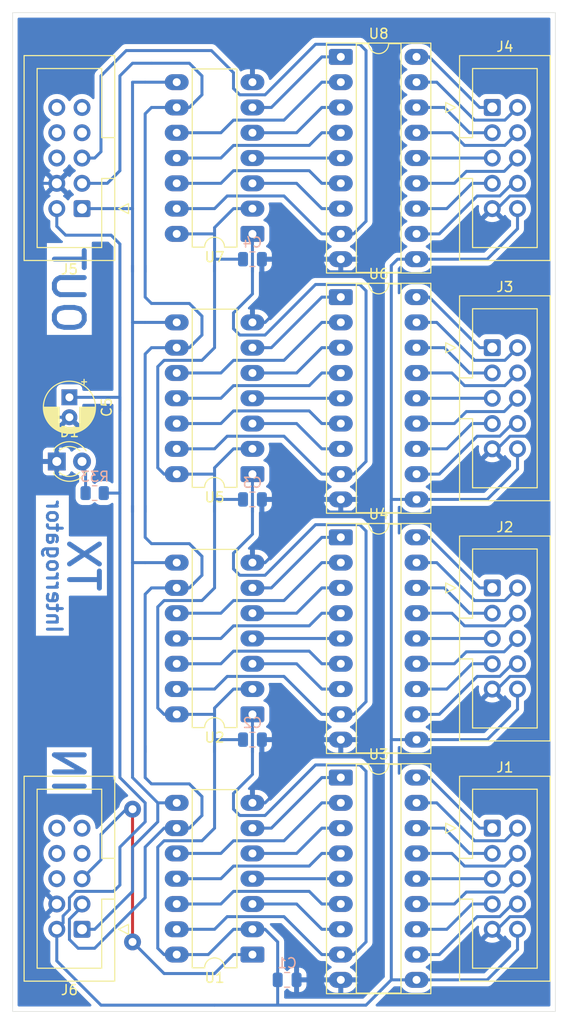
<source format=kicad_pcb>
(kicad_pcb
	(version 20241229)
	(generator "pcbnew")
	(generator_version "9.0")
	(general
		(thickness 1.6)
		(legacy_teardrops no)
	)
	(paper "A4")
	(layers
		(0 "F.Cu" signal)
		(2 "B.Cu" signal)
		(9 "F.Adhes" user "F.Adhesive")
		(11 "B.Adhes" user "B.Adhesive")
		(13 "F.Paste" user)
		(15 "B.Paste" user)
		(5 "F.SilkS" user "F.Silkscreen")
		(7 "B.SilkS" user "B.Silkscreen")
		(1 "F.Mask" user)
		(3 "B.Mask" user)
		(17 "Dwgs.User" user "User.Drawings")
		(19 "Cmts.User" user "User.Comments")
		(21 "Eco1.User" user "User.Eco1")
		(23 "Eco2.User" user "User.Eco2")
		(25 "Edge.Cuts" user)
		(27 "Margin" user)
		(31 "F.CrtYd" user "F.Courtyard")
		(29 "B.CrtYd" user "B.Courtyard")
		(35 "F.Fab" user)
		(33 "B.Fab" user)
		(39 "User.1" user)
		(41 "User.2" user)
		(43 "User.3" user)
		(45 "User.4" user)
	)
	(setup
		(pad_to_mask_clearance 0)
		(allow_soldermask_bridges_in_footprints no)
		(tenting front back)
		(pcbplotparams
			(layerselection 0x00000000_00000000_55555555_55555554)
			(plot_on_all_layers_selection 0x00000000_00000000_00000000_02000000)
			(disableapertmacros no)
			(usegerberextensions no)
			(usegerberattributes yes)
			(usegerberadvancedattributes yes)
			(creategerberjobfile yes)
			(dashed_line_dash_ratio 12.000000)
			(dashed_line_gap_ratio 3.000000)
			(svgprecision 4)
			(plotframeref no)
			(mode 1)
			(useauxorigin no)
			(hpglpennumber 1)
			(hpglpenspeed 20)
			(hpglpendiameter 15.000000)
			(pdf_front_fp_property_popups yes)
			(pdf_back_fp_property_popups yes)
			(pdf_metadata yes)
			(pdf_single_document no)
			(dxfpolygonmode yes)
			(dxfimperialunits yes)
			(dxfusepcbnewfont yes)
			(psnegative no)
			(psa4output no)
			(plot_black_and_white yes)
			(plotinvisibletext no)
			(sketchpadsonfab no)
			(plotpadnumbers no)
			(hidednponfab no)
			(sketchdnponfab yes)
			(crossoutdnponfab yes)
			(subtractmaskfromsilk no)
			(outputformat 4)
			(mirror no)
			(drillshape 2)
			(scaleselection 1)
			(outputdirectory "")
		)
	)
	(net 0 "")
	(net 1 "GND")
	(net 2 "+5V")
	(net 3 "Net-(J1-Pin_5)")
	(net 4 "Net-(J1-Pin_3)")
	(net 5 "Net-(J1-Pin_8)")
	(net 6 "Net-(J1-Pin_7)")
	(net 7 "Net-(J1-Pin_4)")
	(net 8 "Net-(J1-Pin_1)")
	(net 9 "Net-(J1-Pin_2)")
	(net 10 "Net-(J1-Pin_6)")
	(net 11 "Net-(J2-Pin_4)")
	(net 12 "Net-(J2-Pin_6)")
	(net 13 "Net-(J2-Pin_1)")
	(net 14 "Net-(J2-Pin_3)")
	(net 15 "Net-(J2-Pin_7)")
	(net 16 "Net-(J2-Pin_8)")
	(net 17 "Net-(J2-Pin_5)")
	(net 18 "Net-(J2-Pin_2)")
	(net 19 "Net-(J3-Pin_4)")
	(net 20 "Net-(J3-Pin_8)")
	(net 21 "Net-(J3-Pin_2)")
	(net 22 "Net-(J3-Pin_7)")
	(net 23 "Net-(J3-Pin_1)")
	(net 24 "Net-(J3-Pin_5)")
	(net 25 "Net-(J3-Pin_6)")
	(net 26 "Net-(J3-Pin_3)")
	(net 27 "Net-(J4-Pin_4)")
	(net 28 "Net-(J4-Pin_2)")
	(net 29 "Net-(J4-Pin_6)")
	(net 30 "Net-(J4-Pin_8)")
	(net 31 "Net-(J4-Pin_1)")
	(net 32 "Net-(J4-Pin_5)")
	(net 33 "Net-(J4-Pin_7)")
	(net 34 "Net-(J4-Pin_3)")
	(net 35 "unconnected-(J5-Pin_7-Pad7)")
	(net 36 "unconnected-(J5-Pin_8-Pad8)")
	(net 37 "/CH 1/~{RST}")
	(net 38 "/CH 4/OUT")
	(net 39 "/CH 1/CLK")
	(net 40 "unconnected-(J5-Pin_6-Pad6)")
	(net 41 "unconnected-(J5-Pin_10-Pad10)")
	(net 42 "unconnected-(J5-Pin_9-Pad9)")
	(net 43 "/CH 1/IN")
	(net 44 "unconnected-(J6-Pin_9-Pad9)")
	(net 45 "unconnected-(J6-Pin_8-Pad8)")
	(net 46 "unconnected-(J6-Pin_7-Pad7)")
	(net 47 "unconnected-(J6-Pin_10-Pad10)")
	(net 48 "unconnected-(J6-Pin_6-Pad6)")
	(net 49 "/CH 1/OUT")
	(net 50 "/CH 2/OUT")
	(net 51 "/CH 3/OUT")
	(net 52 "Net-(U1-Q3)")
	(net 53 "Net-(U1-Q2)")
	(net 54 "Net-(U1-Q4)")
	(net 55 "Net-(U2-Q2)")
	(net 56 "Net-(U2-Q3)")
	(net 57 "Net-(U2-Q4)")
	(net 58 "Net-(U5-Q3)")
	(net 59 "Net-(U5-Q4)")
	(net 60 "Net-(U5-Q2)")
	(net 61 "Net-(U7-Q4)")
	(net 62 "Net-(U7-Q3)")
	(net 63 "Net-(U7-Q2)")
	(net 64 "Net-(U1-Q1)")
	(net 65 "Net-(U1-Q5)")
	(net 66 "Net-(U2-Q5)")
	(net 67 "Net-(U2-Q1)")
	(net 68 "Net-(U5-Q5)")
	(net 69 "Net-(U5-Q1)")
	(net 70 "Net-(U7-Q1)")
	(net 71 "Net-(U7-Q5)")
	(net 72 "Net-(U1-Q0)")
	(net 73 "Net-(U1-Q6)")
	(net 74 "Net-(U2-Q0)")
	(net 75 "Net-(U2-Q6)")
	(net 76 "Net-(U5-Q0)")
	(net 77 "Net-(U5-Q6)")
	(net 78 "Net-(U7-Q0)")
	(net 79 "Net-(U7-Q6)")
	(net 80 "Net-(D1-A)")
	(footprint "Connector_IDC:IDC-Header_2x05_P2.54mm_Vertical" (layer "F.Cu") (at 151.13 62.865))
	(footprint "Connector_IDC:IDC-Header_2x05_P2.54mm_Vertical" (layer "F.Cu") (at 109.855 73.025 180))
	(footprint "Package_DIP:DIP-14_W7.62mm_LongPads" (layer "F.Cu") (at 127 75.565 180))
	(footprint "Connector_IDC:IDC-Header_2x05_P2.54mm_Vertical" (layer "F.Cu") (at 151.13 135.255))
	(footprint "Capacitor_THT:CP_Radial_D5.0mm_P2.00mm" (layer "F.Cu") (at 108.585 91.98 -90))
	(footprint "Package_DIP:DIP-14_W7.62mm_LongPads" (layer "F.Cu") (at 127 123.825 180))
	(footprint "Package_DIP:DIP-18_W7.62mm_Socket_LongPads" (layer "F.Cu") (at 135.89 81.915))
	(footprint "Package_DIP:DIP-14_W7.62mm_LongPads" (layer "F.Cu") (at 127 99.695 180))
	(footprint "LED_THT:LED_D3.0mm" (layer "F.Cu") (at 107.315 98.425))
	(footprint "Package_DIP:DIP-18_W7.62mm_Socket_LongPads" (layer "F.Cu") (at 135.89 57.785))
	(footprint "Package_DIP:DIP-14_W7.62mm_LongPads" (layer "F.Cu") (at 127 147.955 180))
	(footprint "Package_DIP:DIP-18_W7.62mm_Socket_LongPads" (layer "F.Cu") (at 135.89 130.175))
	(footprint "Package_DIP:DIP-18_W7.62mm_Socket_LongPads" (layer "F.Cu") (at 135.89 106.045))
	(footprint "Connector_IDC:IDC-Header_2x05_P2.54mm_Vertical" (layer "F.Cu") (at 151.13 86.995))
	(footprint "Connector_IDC:IDC-Header_2x05_P2.54mm_Vertical" (layer "F.Cu") (at 151.13 111.125))
	(footprint "Connector_IDC:IDC-Header_2x05_P2.54mm_Vertical" (layer "F.Cu") (at 109.855 145.415 180))
	(footprint "Capacitor_SMD:C_0805_2012Metric" (layer "B.Cu") (at 127 78.105 180))
	(footprint "Capacitor_SMD:C_0805_2012Metric" (layer "B.Cu") (at 130.49 150.495 180))
	(footprint "Capacitor_SMD:C_0805_2012Metric" (layer "B.Cu") (at 127 102.235 180))
	(footprint "Capacitor_SMD:C_0805_2012Metric" (layer "B.Cu") (at 127 126.365 180))
	(footprint "Resistor_SMD:R_0805_2012Metric" (layer "B.Cu") (at 111.125 101.6 180))
	(gr_rect
		(start 102.87 53.34)
		(end 157.48 153.67)
		(stroke
			(width 0.05)
			(type default)
		)
		(fill no)
		(layer "Edge.Cuts")
		(uuid "9fe8dc95-d5e5-4319-9e81-7391572a23a7")
	)
	(gr_text "IN"
		(at 106.68 132.08 270)
		(layer "B.Cu")
		(uuid "6174bece-1e1b-466b-aab6-2c9b5e939bf6")
		(effects
			(font
				(size 3 3)
				(thickness 0.5)
				(bold yes)
			)
			(justify left bottom mirror)
		)
	)
	(gr_text "OUT"
		(at 106.68 85.852 270)
		(layer "B.Cu")
		(uuid "97a303d0-6776-4abc-9720-0d0b4d750651")
		(effects
			(font
				(size 3 3)
				(thickness 0.5)
				(bold yes)
			)
			(justify left bottom mirror)
		)
	)
	(gr_text "Interrogator"
		(at 106.172 115.824 270)
		(layer "B.Cu")
		(uuid "b921d0f1-4fce-4d1f-9203-262cd268c53f")
		(effects
			(font
				(size 1.5 1.5)
				(thickness 0.3)
				(bold yes)
			)
			(justify left bottom mirror)
		)
	)
	(gr_text "TX"
		(at 108.204 111.76 270)
		(layer "B.Cu")
		(uuid "bd583309-e138-4a48-a448-d4200060e65a")
		(effects
			(font
				(size 3 3)
				(thickness 0.5)
				(bold yes)
			)
			(justify left bottom mirror)
		)
	)
	(segment
		(start 138.43 150.495)
		(end 139.7 149.225)
		(width 0.3)
		(layer "B.Cu")
		(net 1)
		(uuid "004347d4-cf2c-416c-9cb6-5127f6fb9b2e")
	)
	(segment
		(start 111.76 55.245)
		(end 105.41 61.595)
		(width 0.3)
		(layer "B.Cu")
		(net 1)
		(uuid "0d69be38-7c9b-415f-837b-f38386bc9707")
	)
	(segment
		(start 155.575 56.515)
		(end 155.575 71.755)
		(width 0.3)
		(layer "B.Cu")
		(net 1)
		(uuid "0e94e47b-ff7a-476f-a4b0-b0b72d3eb7c9")
	)
	(segment
		(start 152.908 144.145)
		(end 154.305 144.145)
		(width 0.3)
		(layer "B.Cu")
		(net 1)
		(uuid "0f4630d0-4a01-45bb-8f83-5aa414bb610f")
	)
	(segment
		(start 151.13 121.285)
		(end 151.638 121.285)
		(width 0.3)
		(layer "B.Cu")
		(net 1)
		(uuid "130fe4b7-5820-4827-b9e3-bc48da052a3f")
	)
	(segment
		(start 105.41 70.485)
		(end 107.315 70.485)
		(width 0.3)
		(layer "B.Cu")
		(net 1)
		(uuid "19e2c77b-6620-4b6c-8e3f-66d27f4e3bdc")
	)
	(segment
		(start 138.43 79.375)
		(end 133.35 79.375)
		(width 0.3)
		(layer "B.Cu")
		(net 1)
		(uuid "1be3c7e5-427f-4bc6-adeb-a50133ccca33")
	)
	(segment
		(start 154.305 120.015)
		(end 155.575 120.015)
		(width 0.3)
		(layer "B.Cu")
		(net 1)
		(uuid "1dacd8d6-ba62-4096-86b1-9b5ddb115d8b")
	)
	(segment
		(start 155.575 120.015)
		(end 155.575 102.87)
		(width 0.3)
		(layer "B.Cu")
		(net 1)
		(uuid "1f66b437-5a13-4e25-8e9e-b747af4ce0d8")
	)
	(segment
		(start 131.125 150.495)
		(end 135.89 150.495)
		(width 0.3)
		(layer "B.Cu")
		(net 1)
		(uuid "232c1006-58b0-4f93-8c24-af30e94b58e5")
	)
	(segment
		(start 154.305 144.145)
		(end 155.575 142.875)
		(width 0.3)
		(layer "B.Cu")
		(net 1)
		(uuid "2a0b3a77-b344-4b66-a1cc-18090f244c86")
	)
	(segment
		(start 139.7 79.375)
		(end 139.7 78.74)
		(width 0.3)
		(layer "B.Cu")
		(net 1)
		(uuid "2a5f847e-68e4-48d7-b099-73683677fc15")
	)
	(segment
		(start 127 55.245)
		(end 127 60.325)
		(width 0.3)
		(layer "B.Cu")
		(net 1)
		(uuid "2e705862-c951-4b7a-80d2-934fc9a007ab")
	)
	(segment
		(start 127.95 102.235)
		(end 135.89 102.235)
		(width 0.3)
		(layer "B.Cu")
		(net 1)
		(uuid "34ed5fc9-7030-484c-8be1-63d282e62ac9")
	)
	(segment
		(start 133.35 127.635)
		(end 128.27 132.715)
		(width 0.3)
		(layer "B.Cu")
		(net 1)
		(uuid "3a24bc36-6ab5-4206-93f4-a5053bfcc2ea")
	)
	(segment
		(start 135.89 78.105)
		(end 139.7 78.105)
		(width 0.3)
		(layer "B.Cu")
		(net 1)
		(uuid "4891961d-9289-4c67-bf20-802a6005b864")
	)
	(segment
		(start 139.7 103.505)
		(end 139.7 102.87)
		(width 0.3)
		(layer "B.Cu")
		(net 1)
		(uuid "58d628f2-7a0d-4fd4-a98a-7da297f05af2")
	)
	(segment
		(start 139.7 102.235)
		(end 139.7 79.375)
		(width 0.3)
		(layer "B.Cu")
		(net 1)
		(uuid "59df7229-8341-4777-85a0-45057c862024")
	)
	(segment
		(start 135.89 126.365)
		(end 139.7 126.365)
		(width 0.3)
		(layer "B.Cu")
		(net 1)
		(uuid "5a324962-fee3-4b7f-93c6-52779872f317")
	)
	(segment
		(start 139.7 78.105)
		(end 139.7 55.245)
		(width 0.3)
		(layer "B.Cu")
		(net 1)
		(uuid "5d54b882-9744-4d52-a82f-1e475e18cb97")
	)
	(segment
		(start 139.7 78.105)
		(end 139.7 79.375)
		(width 0.3)
		(layer "B.Cu")
		(net 1)
		(uuid "5e632429-f2a4-49c8-9117-ab21017504c9")
	)
	(segment
		(start 138.43 103.505)
		(end 133.35 103.505)
		(width 0.3)
		(layer "B.Cu")
		(net 1)
		(uuid "6693d716-ffa2-4cf7-a95c-da7ebded0e1b")
	)
	(segment
		(start 151.13 73.025)
		(end 151.638 73.025)
		(width 0.3)
		(layer "B.Cu")
		(net 1)
		(uuid "66fd005d-47f4-41a0-847f-199edab9dc2d")
	)
	(segment
		(start 105.41 98.425)
		(end 105.41 93.98)
		(width 0.3)
		(layer "B.Cu")
		(net 1)
		(uuid "6cbc6b18-860b-46bf-94fa-f453891a923c")
	)
	(segment
		(start 152.908 120.015)
		(end 154.305 120.015)
		(width 0.3)
		(layer "B.Cu")
		(net 1)
		(uuid "771d4182-315d-42d1-831d-171c987ccc28")
	)
	(segment
		(start 154.305 95.885)
		(end 155.575 95.885)
		(width 0.3)
		(layer "B.Cu")
		(net 1)
		(uuid "87b9e077-f096-40f8-a425-4c9363fa0300")
	)
	(segment
		(start 155.575 95.885)
		(end 155.575 78.74)
		(width 0.3)
		(layer "B.Cu")
		(net 1)
		(uuid "8dd81b51-59f7-4c1a-b21a-eec32ff031ac")
	)
	(segment
		(start 139.7 79.375)
		(end 138.43 79.375)
		(width 0.3)
		(layer "B.Cu")
		(net 1)
		(uuid "920ec830-38cb-4095-a6f3-5420d777c7cd")
	)
	(segment
		(start 135.89 102.235)
		(end 139.7 102.235)
		(width 0.3)
		(layer "B.Cu")
		(net 1)
		(uuid "933edf0d-4f50-4584-ab29-b1d9145f374a")
	)
	(segment
		(start 107.315 98.425)
		(end 105.41 98.425)
		(width 0.3)
		(layer "B.Cu")
		(net 1)
		(uuid "9432eed3-e5c9-4475-b1a9-ee2aa1fcb337")
	)
	(segment
		(start 155.575 142.875)
		(end 155.575 127)
		(width 0.3)
		(layer "B.Cu")
		(net 1)
		(uuid "9a02c9ac-f5de-449c-8ea0-816cd9fefd64")
	)
	(segment
		(start 155.575 71.755)
		(end 155.575 79.375)
		(width 0.3)
		(layer "B.Cu")
		(net 1)
		(uuid "9fcb4c73-e0a4-4c82-9055-740fa5ed511a")
	)
	(segment
		(start 139.7 102.235)
		(end 139.7 103.505)
		(width 0.3)
		(layer "B.Cu")
		(net 1)
		(uuid "a14ad186-a043-4c5d-92d3-e8ec65bababb")
	)
	(segment
		(start 127.95 78.105)
		(end 135.89 78.105)
		(width 0.3)
		(layer "B.Cu")
		(net 1)
		(uuid "a37720ba-5640-494d-940b-1ba72e4db84e")
	)
	(segment
		(start 151.638 97.155)
		(end 152.908 95.885)
		(width 0.3)
		(layer "B.Cu")
		(net 1)
		(uuid "af03b474-df61-44be-b735-225fc12025a4")
	)
	(segment
		(start 128.27 84.455)
		(end 127 84.455)
		(width 0.3)
		(layer "B.Cu")
		(net 1)
		(uuid "af0da4af-2663-43ae-8b1f-21aef63cfb43")
	)
	(segment
		(start 155.575 120.015)
		(end 155.575 127.635)
		(width 0.3)
		(layer "B.Cu")
		(net 1)
		(uuid "b066ff46-20ad-462e-9a50-8d58865b1671")
	)
	(segment
		(start 128.27 108.585)
		(end 127 108.585)
		(width 0.3)
		(layer "B.Cu")
		(net 1)
		(uuid "b11da6ad-254e-4e67-898d-94a575e6f491")
	)
	(segment
		(start 133.35 103.505)
		(end 128.27 108.585)
		(width 0.3)
		(layer "B.Cu")
		(net 1)
		(uuid "b296af63-54ff-437f-b831-0e2aefde089b")
	)
	(segment
		(start 151.638 145.415)
		(end 152.908 144.145)
		(width 0.3)
		(layer "B.Cu")
		(net 1)
		(uuid "b62ba088-629f-40e4-a3b5-24e11bfca915")
	)
	(segment
		(start 151.13 97.155)
		(end 151.638 97.155)
		(width 0.3)
		(layer "B.Cu")
		(net 1)
		(uuid "b6d5565c-8dbe-411d-92ec-f7ea346efc0c")
	)
	(segment
		(start 155.575 95.885)
		(end 155.575 103.505)
		(width 0.3)
		(layer "B.Cu")
		(net 1)
		(uuid "b95ae48c-ce10-47ef-a66d-e5febcd85d96")
	)
	(segment
		(start 151.638 121.285)
		(end 152.908 120.015)
		(width 0.3)
		(layer "B.Cu")
		(net 1)
		(uuid "b9f432aa-56e2-4999-b25c-248c42a56c54")
	)
	(segment
		(start 105.41 93.98)
		(end 108.585 93.98)
		(width 0.3)
		(layer "B.Cu")
		(net 1)
		(uuid "bbf3169c-e418-4888-a53d-66a85c5996d0")
	)
	(segment
		(start 152.908 71.755)
		(end 154.305 71.755)
		(width 0.3)
		(layer "B.Cu")
		(net 1)
		(uuid "bfc1eb1e-74fa-4f7e-9280-3850a9857a70")
	)
	(segment
		(start 139.7 55.245)
		(end 154.305 55.245)
		(width 0.3)
		(layer "B.Cu")
		(net 1)
		(uuid "c06be7b8-5114-4d6a-ae42-d08862398aa6")
	)
	(segment
		(start 105.41 61.595)
		(end 105.41 70.485)
		(width 0.3)
		(layer "B.Cu")
		(net 1)
		(uuid "c37728e6-38fc-4393-be0a-1167f40e929f")
	)
	(segment
		(start 135.89 150.495)
		(end 138.43 150.495)
		(width 0.3)
		(layer "B.Cu")
		(net 1)
		(uuid "c6c7627a-aaaf-41bb-bbcf-147a6f189c89")
	)
	(segment
		(start 128.27 132.715)
		(end 127 132.715)
		(width 0.3)
		(layer "B.Cu")
		(net 1)
		(uuid "d45698d9-400c-4de6-8e0f-e0e703aeb650")
	)
	(segment
		(start 139.7 55.245)
		(end 111.76 55.245)
		(width 0.3)
		(layer "B.Cu")
		(net 1)
		(uuid "d6fdbf86-2df5-4036-81c3-1fc64b5e2dbd")
	)
	(segment
		(start 133.35 79.375)
		(end 128.27 84.455)
		(width 0.3)
		(layer "B.Cu")
		(net 1)
		(uuid "da28fda9-5866-4765-87f8-f59be9016dd0")
	)
	(segment
		(start 152.908 95.885)
		(end 154.305 95.885)
		(width 0.3)
		(layer "B.Cu")
		(net 1)
		(uuid "dd2caaf7-ac22-44d9-b2fa-9149814e3da5")
	)
	(segment
		(start 154.305 71.755)
		(end 155.575 71.755)
		(width 0.3)
		(layer "B.Cu")
		(net 1)
		(uuid "e42e014f-7b60-423c-9e58-5e4089294bae")
	)
	(segment
		(start 139.7 103.505)
		(end 138.43 103.505)
		(width 0.3)
		(layer "B.Cu")
		(net 1)
		(uuid "e88f34a5-59ce-4e32-8a79-66c5af325748")
	)
	(segment
		(start 151.13 145.415)
		(end 151.638 145.415)
		(width 0.3)
		(layer "B.Cu")
		(net 1)
		(uuid "ec62123f-f223-489b-a40c-a80c24c80b7d")
	)
	(segment
		(start 151.638 73.025)
		(end 152.908 71.755)
		(width 0.3)
		(layer "B.Cu")
		(net 1)
		(uuid "f1c5e8ce-3a2d-4188-974c-1c9f87063379")
	)
	(segment
		(start 154.305 55.245)
		(end 155.575 56.515)
		(width 0.3)
		(layer "B.Cu")
		(net 1)
		(uuid "f6b86198-22cb-421d-a930-bdaa767fdf1e")
	)
	(segment
		(start 139.7 149.225)
		(end 139.7 126.365)
		(width 0.3)
		(layer "B.Cu")
		(net 1)
		(uuid "f7357c65-86ac-4685-9ec5-2e2b11bf2c33")
	)
	(segment
		(start 127.95 126.365)
		(end 135.89 126.365)
		(width 0.3)
		(layer "B.Cu")
		(net 1)
		(uuid "f73fe30c-cc59-4293-a169-48027cbc4c75")
	)
	(segment
		(start 139.7 126.365)
		(end 139.7 103.505)
		(width 0.3)
		(layer "B.Cu")
		(net 1)
		(uuid "f8459f05-dbd7-427b-a467-cbf91620bec3")
	)
	(segment
		(start 123.19 102.235)
		(end 123.19 103.505)
		(width 0.3)
		(layer "B.Cu")
		(net 2)
		(uuid "04ee7fed-25c8-4850-9172-4c42c32014b7")
	)
	(segment
		(start 129.54 146.685)
		(end 128.27 145.415)
		(width 0.3)
		(layer "B.Cu")
		(net 2)
		(uuid "05dc4f44-4357-41e0-bca0-715d1c0776e2")
	)
	(segment
		(start 153.67 99.187)
		(end 153.67 97.155)
		(width 0.3)
		(layer "B.Cu")
		(net 2)
		(uuid "08124d07-21c7-4854-82f3-130eca8996f1")
	)
	(segment
		(start 109.22 141.605)
		(end 113.03 141.605)
		(width 0.3)
		(layer "B.Cu")
		(net 2)
		(uuid "0bee6d32-2779-4997-ba12-c15ed7c805c8")
	)
	(segment
		(start 119.38 147.955)
		(end 122.555 147.955)
		(width 0.3)
		(layer "B.Cu")
		(net 2)
		(uuid "0dd43c1f-4914-47ae-bb59-d575dc50c027")
	)
	(segment
		(start 117.475 113.03)
		(end 118.11 112.395)
		(width 0.3)
		(layer "B.Cu")
		(net 2)
		(uuid "1008e7ef-4503-45a5-b629-a1399d5e41bb")
	)
	(segment
		(start 119.38 147.955)
		(end 118.11 147.955)
		(width 0.3)
		(layer "B.Cu")
		(net 2)
		(uuid "1ce5f93a-c2f0-4197-ad25-653a656000c4")
	)
	(segment
		(start 118.11 147.955)
		(end 117.475 147.32)
		(width 0.3)
		(layer "B.Cu")
		(net 2)
		(uuid "1d9a29bb-cb8a-408c-898e-a4c48489142c")
	)
	(segment
		(start 123.19 74.93)
		(end 125.095 73.025)
		(width 0.3)
		(layer "B.Cu")
		(net 2)
		(uuid "1dbb70df-4a15-4b36-860c-434c50286573")
	)
	(segment
		(start 116.205 134.62)
		(end 116.205 132.715)
	
... [169853 chars truncated]
</source>
